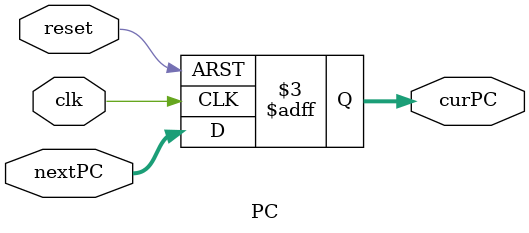
<source format=v>
module PC(
    input clk,                  //时钟
    input reset,                //是否重置地址。0-初始化PC，否则接受新地址
    input [31:0] nextPC,        //新指令地址
    output reg [31:0] curPC      //当前指令的地址
);

    initial begin
        curPC <= 0;
    end

    always@(posedge clk or posedge reset) begin//取下一个地址或清零
        if(reset) begin// reset == 0, PC = 0
            curPC <= 0;
        end
        else begin
            curPC <= nextPC;
        end
    end

endmodule
</source>
